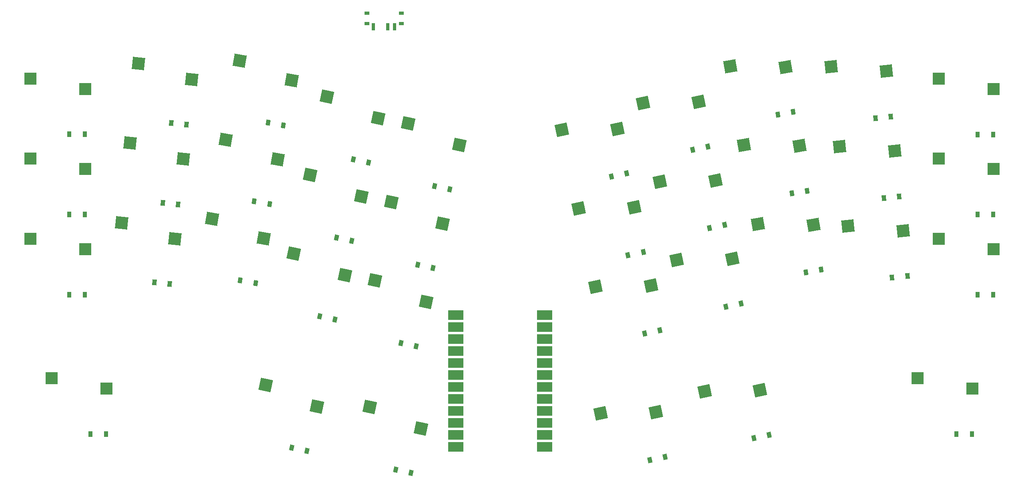
<source format=gbp>
G04 #@! TF.GenerationSoftware,KiCad,Pcbnew,(6.0.4-0)*
G04 #@! TF.CreationDate,2022-11-11T23:09:08+01:00*
G04 #@! TF.ProjectId,The-ENDGAME-MX-BAD,5468652d-454e-4444-9741-4d452d4d582d,0_1*
G04 #@! TF.SameCoordinates,Original*
G04 #@! TF.FileFunction,Paste,Bot*
G04 #@! TF.FilePolarity,Positive*
%FSLAX46Y46*%
G04 Gerber Fmt 4.6, Leading zero omitted, Abs format (unit mm)*
G04 Created by KiCad (PCBNEW (6.0.4-0)) date 2022-11-11 23:09:08*
%MOMM*%
%LPD*%
G01*
G04 APERTURE LIST*
G04 Aperture macros list*
%AMRotRect*
0 Rectangle, with rotation*
0 The origin of the aperture is its center*
0 $1 length*
0 $2 width*
0 $3 Rotation angle, in degrees counterclockwise*
0 Add horizontal line*
21,1,$1,$2,0,0,$3*%
G04 Aperture macros list end*
%ADD10RotRect,2.600000X2.600000X348.000000*%
%ADD11R,2.600000X2.600000*%
%ADD12RotRect,2.600000X2.600000X12.000000*%
%ADD13RotRect,2.600000X2.600000X350.000000*%
%ADD14RotRect,2.600000X2.600000X10.000000*%
%ADD15RotRect,2.600000X2.600000X354.000000*%
%ADD16RotRect,2.600000X2.600000X6.000000*%
%ADD17R,3.250000X2.000000*%
%ADD18RotRect,0.900000X1.200000X192.000000*%
%ADD19RotRect,0.900000X1.200000X168.000000*%
%ADD20R,0.900000X1.200000*%
%ADD21RotRect,0.900000X1.200000X186.000000*%
%ADD22RotRect,0.900000X1.200000X190.000000*%
%ADD23RotRect,0.900000X1.200000X174.000000*%
%ADD24R,1.000000X0.800000*%
%ADD25R,0.700000X1.500000*%
%ADD26RotRect,0.900000X1.200000X170.000000*%
G04 APERTURE END LIST*
D10*
X113866796Y-89784095D03*
X103026597Y-85230790D03*
D11*
X247582659Y-100960589D03*
X236032659Y-98760589D03*
X247582660Y-66960588D03*
X236032660Y-64760588D03*
X55381660Y-66952588D03*
X43831660Y-64752588D03*
D10*
X126420302Y-138939604D03*
X115580103Y-134386299D03*
D12*
X175082835Y-108678546D03*
X163327824Y-108928002D03*
D10*
X127520306Y-112114601D03*
X116680107Y-107561296D03*
D13*
X99102067Y-65169001D03*
X88109563Y-60996787D03*
D14*
X203610902Y-62304645D03*
X191854347Y-62143705D03*
D15*
X76169115Y-81851693D03*
X64912350Y-78456441D03*
D11*
X59885658Y-130459589D03*
X48335658Y-128259589D03*
D12*
X185206838Y-69723525D03*
X173451827Y-69972981D03*
D10*
X110332306Y-106412603D03*
X99492107Y-101859298D03*
D16*
X224930663Y-63223740D03*
X213213972Y-62243095D03*
D11*
X55381663Y-83952586D03*
X43831663Y-81752586D03*
D10*
X134589303Y-78857588D03*
X123749104Y-74304283D03*
D11*
X243080660Y-130461587D03*
X231530660Y-128261587D03*
D14*
X206562916Y-79046374D03*
X194806361Y-78885434D03*
D16*
X228484627Y-97037479D03*
X216767936Y-96056834D03*
D10*
X131054797Y-95486094D03*
X120214598Y-90932789D03*
D14*
X209514939Y-95788113D03*
X197758384Y-95627173D03*
D12*
X171548338Y-92050034D03*
X159793327Y-92299490D03*
D11*
X55381660Y-100952588D03*
X43831660Y-98752588D03*
D15*
X74392124Y-98758561D03*
X63135359Y-95363309D03*
D12*
X192275838Y-102980547D03*
X180520827Y-103230003D03*
X198194835Y-130824545D03*
X186439824Y-131074001D03*
D16*
X226707648Y-80130616D03*
X214990957Y-79149971D03*
D12*
X168013839Y-75421527D03*
X156258828Y-75670983D03*
D15*
X77946099Y-64944824D03*
X66689334Y-61549572D03*
D11*
X247582661Y-83960587D03*
X236032661Y-81760587D03*
D13*
X93198026Y-98652474D03*
X82205522Y-94480260D03*
D12*
X188741336Y-86352036D03*
X176986325Y-86601492D03*
D10*
X104409305Y-134264610D03*
X93569106Y-129711305D03*
D13*
X96150048Y-81910736D03*
X85157544Y-77738522D03*
D10*
X117401301Y-73155590D03*
X106561102Y-68602285D03*
D12*
X176180836Y-135502548D03*
X164425825Y-135752004D03*
D17*
X152610657Y-114940588D03*
X152610657Y-117480588D03*
X152610657Y-120020588D03*
X152610657Y-122560588D03*
X152610657Y-125100588D03*
X152610657Y-127640588D03*
X152610657Y-130180588D03*
X152610657Y-132720588D03*
X152610657Y-135260588D03*
X152610657Y-137800588D03*
X152610657Y-140340588D03*
X152610657Y-142880588D03*
X133814657Y-142880588D03*
X133814657Y-140340588D03*
X133814657Y-137800588D03*
X133814657Y-135260588D03*
X133814657Y-132720588D03*
X133814657Y-130180588D03*
X133814657Y-127640588D03*
X133814657Y-125100588D03*
X133814657Y-122560588D03*
X133814657Y-120020588D03*
X133814657Y-117480588D03*
X133814657Y-114940588D03*
D18*
X169946609Y-84876537D03*
X166718721Y-85562645D03*
X190673604Y-95805537D03*
X187445716Y-96491645D03*
D19*
X128977605Y-104907643D03*
X125749717Y-104221535D03*
D20*
X55311660Y-110599588D03*
X52011660Y-110599588D03*
X247509661Y-110605589D03*
X244209661Y-110605589D03*
D18*
X178119606Y-144952535D03*
X174891718Y-145638643D03*
D19*
X115322605Y-82581643D03*
X112094717Y-81895535D03*
X124340606Y-148360647D03*
X121112718Y-147674539D03*
D21*
X227640618Y-89734118D03*
X224358696Y-90079062D03*
D22*
X211118597Y-105299062D03*
X207868731Y-105872100D03*
X208165593Y-88557072D03*
X204915727Y-89130110D03*
D20*
X243009662Y-140113587D03*
X239709662Y-140113587D03*
X247506661Y-93603588D03*
X244206661Y-93603588D03*
X59811659Y-140106588D03*
X56511659Y-140106588D03*
X55308662Y-93601587D03*
X52008662Y-93601587D03*
D23*
X73312620Y-108346062D03*
X70030698Y-108001118D03*
X76863621Y-74530064D03*
X73581699Y-74185120D03*
D19*
X132513605Y-88279643D03*
X129285717Y-87593535D03*
D21*
X229415625Y-106637122D03*
X226133703Y-106982066D03*
D19*
X111787606Y-99207646D03*
X108559718Y-98521538D03*
D24*
X122272030Y-53143406D03*
X114972030Y-53143406D03*
X114972030Y-50933406D03*
X122272030Y-50933406D03*
D25*
X116372030Y-53793406D03*
X119372030Y-53793406D03*
X120872030Y-53793406D03*
D18*
X194209603Y-112426537D03*
X190981715Y-113112645D03*
D26*
X94405592Y-91400110D03*
X91155726Y-90827072D03*
D18*
X177016599Y-118134534D03*
X173788711Y-118820642D03*
D22*
X205214593Y-71817069D03*
X201964727Y-72390107D03*
D21*
X225864618Y-72824114D03*
X222582696Y-73169058D03*
D19*
X102334605Y-143683645D03*
X99106717Y-142997537D03*
D18*
X173479604Y-101501534D03*
X170251716Y-102187642D03*
D26*
X91454594Y-108142108D03*
X88204728Y-107569070D03*
D19*
X125440604Y-121535642D03*
X122212716Y-120849534D03*
D23*
X75087623Y-91442062D03*
X71805701Y-91097118D03*
D18*
X187139608Y-79174535D03*
X183911720Y-79860643D03*
D19*
X108253605Y-115837646D03*
X105025717Y-115151538D03*
D20*
X55313657Y-76600591D03*
X52013657Y-76600591D03*
D18*
X200131603Y-140277532D03*
X196903715Y-140963640D03*
D20*
X247506658Y-76604591D03*
X244206658Y-76604591D03*
D26*
X97351595Y-74657112D03*
X94101729Y-74084074D03*
M02*

</source>
